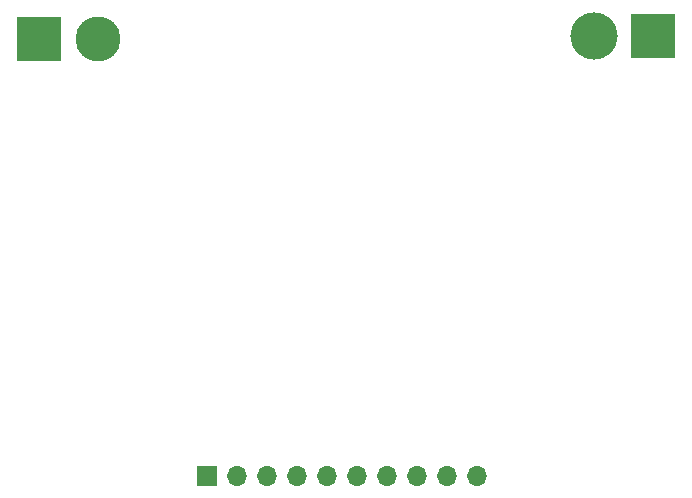
<source format=gbs>
G04 #@! TF.GenerationSoftware,KiCad,Pcbnew,7.0.1*
G04 #@! TF.CreationDate,2023-11-01T02:09:25-07:00*
G04 #@! TF.ProjectId,KENESP32LTC370TEST,4b454e45-5350-4333-924c-544333373054,rev?*
G04 #@! TF.SameCoordinates,Original*
G04 #@! TF.FileFunction,Soldermask,Bot*
G04 #@! TF.FilePolarity,Negative*
%FSLAX46Y46*%
G04 Gerber Fmt 4.6, Leading zero omitted, Abs format (unit mm)*
G04 Created by KiCad (PCBNEW 7.0.1) date 2023-11-01 02:09:25*
%MOMM*%
%LPD*%
G01*
G04 APERTURE LIST*
%ADD10C,4.000000*%
%ADD11R,3.800000X3.800000*%
%ADD12C,3.800000*%
%ADD13O,1.700000X1.700000*%
%ADD14R,1.700000X1.700000*%
G04 APERTURE END LIST*
D10*
X139800000Y-116500000D03*
D11*
X144800000Y-116500000D03*
D12*
X97800000Y-116800000D03*
D11*
X92800000Y-116800000D03*
D13*
X129920000Y-153800000D03*
X127380000Y-153800000D03*
X124840000Y-153800000D03*
X122300000Y-153800000D03*
X119760000Y-153800000D03*
X117220000Y-153800000D03*
X114680000Y-153800000D03*
X112140000Y-153800000D03*
X109600000Y-153800000D03*
D14*
X107060000Y-153800000D03*
M02*

</source>
